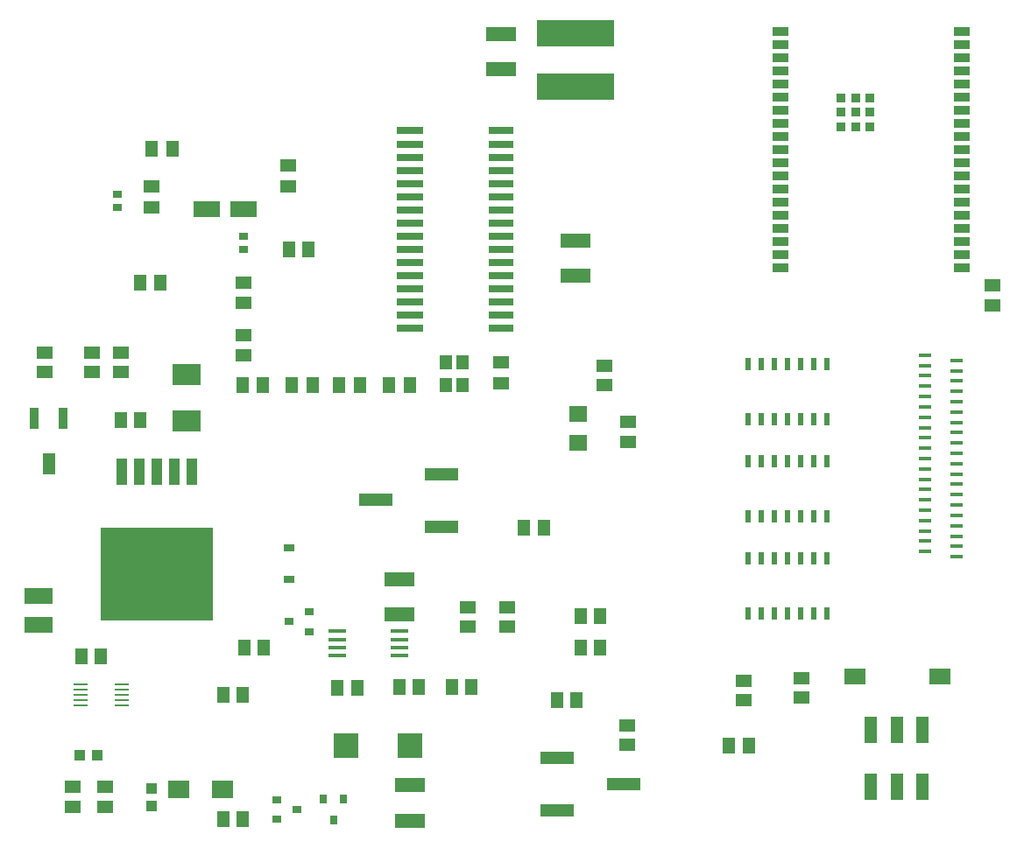
<source format=gbr>
G04 EAGLE Gerber RS-274X export*
G75*
%MOMM*%
%FSLAX34Y34*%
%LPD*%
%INSolderpaste Top*%
%IPPOS*%
%AMOC8*
5,1,8,0,0,1.08239X$1,22.5*%
G01*
%ADD10R,1.300000X1.500000*%
%ADD11R,1.500000X1.300000*%
%ADD12R,1.200000X2.500000*%
%ADD13R,2.000000X1.500000*%
%ADD14R,1.500000X0.900000*%
%ADD15R,0.900000X0.900000*%
%ADD16R,0.600000X1.300000*%
%ADD17R,1.200000X0.350000*%
%ADD18R,0.900000X2.000000*%
%ADD19R,1.300000X2.000000*%
%ADD20R,10.900000X9.100000*%
%ADD21R,1.050000X2.500000*%
%ADD22R,1.100000X0.800000*%
%ADD23R,2.700000X1.600000*%
%ADD24R,1.350000X0.270000*%
%ADD25R,1.780000X0.450000*%
%ADD26R,2.850000X1.400000*%
%ADD27R,0.900000X0.800000*%
%ADD28R,3.300000X1.190000*%
%ADD29R,1.800000X1.600000*%
%ADD30R,2.800000X2.000000*%
%ADD31R,0.800000X0.900000*%
%ADD32R,2.370000X2.430000*%
%ADD33R,1.000000X1.100000*%
%ADD34R,1.100000X1.000000*%
%ADD35R,2.000000X1.720000*%
%ADD36R,7.500000X2.500000*%
%ADD37R,2.400000X0.800000*%
%ADD38R,2.500000X0.800000*%
%ADD39R,2.600000X1.600000*%
%ADD40R,1.600000X1.300000*%
%ADD41R,1.300000X1.600000*%
%ADD42R,0.900000X0.700000*%
%ADD43R,1.150000X1.400000*%


D10*
X702970Y92710D03*
X721970Y92710D03*
D11*
X773430Y158090D03*
X773430Y139090D03*
X957580Y537820D03*
X957580Y518820D03*
X717550Y155550D03*
X717550Y136550D03*
D12*
X890270Y52950D03*
X865270Y52950D03*
X840270Y52950D03*
X890270Y107950D03*
X865270Y107950D03*
X840270Y107950D03*
D13*
X906780Y160020D03*
X824780Y160020D03*
D14*
X753110Y783590D03*
X753110Y770890D03*
X753110Y758190D03*
X753110Y745490D03*
X753110Y732790D03*
X753110Y720090D03*
X753110Y707390D03*
X753110Y694690D03*
X753110Y681990D03*
X753110Y669290D03*
X753110Y656590D03*
X753110Y643890D03*
X753110Y631190D03*
X753110Y618490D03*
X753110Y605790D03*
X753110Y593090D03*
X753110Y580390D03*
X753110Y567690D03*
X753110Y554990D03*
D15*
X811610Y719590D03*
X825610Y719590D03*
X839610Y719590D03*
X811610Y705590D03*
X825610Y705590D03*
X839610Y705590D03*
X811610Y691590D03*
X825610Y691590D03*
X839610Y691590D03*
D14*
X928110Y783590D03*
X928110Y770890D03*
X928110Y758190D03*
X928110Y745490D03*
X928110Y732790D03*
X928110Y720090D03*
X928110Y707390D03*
X928110Y694690D03*
X928110Y681990D03*
X928110Y669290D03*
X928110Y656590D03*
X928110Y643890D03*
X928110Y631190D03*
X928110Y618490D03*
X928110Y605790D03*
X928110Y593090D03*
X928110Y580390D03*
X928110Y567690D03*
X928110Y554990D03*
D16*
X721360Y314960D03*
X734060Y314960D03*
X746760Y314960D03*
X759460Y314960D03*
X772160Y314960D03*
X784860Y314960D03*
X797560Y314960D03*
X797560Y367960D03*
X784860Y367960D03*
X772160Y367960D03*
X759460Y367960D03*
X746760Y367960D03*
X734060Y367960D03*
X721360Y367960D03*
X721360Y408940D03*
X734060Y408940D03*
X746760Y408940D03*
X759460Y408940D03*
X772160Y408940D03*
X784860Y408940D03*
X797560Y408940D03*
X797560Y461940D03*
X784860Y461940D03*
X772160Y461940D03*
X759460Y461940D03*
X746760Y461940D03*
X734060Y461940D03*
X721360Y461940D03*
X721360Y220980D03*
X734060Y220980D03*
X746760Y220980D03*
X759460Y220980D03*
X772160Y220980D03*
X784860Y220980D03*
X797560Y220980D03*
X797560Y273980D03*
X784860Y273980D03*
X772160Y273980D03*
X759460Y273980D03*
X746760Y273980D03*
X734060Y273980D03*
X721360Y273980D03*
D17*
X923290Y275590D03*
X923290Y295590D03*
X923290Y305590D03*
X923290Y315590D03*
X923290Y325590D03*
X923290Y335590D03*
X923290Y345590D03*
X923290Y355590D03*
X923290Y365590D03*
X923290Y375590D03*
X923290Y385590D03*
X923290Y395590D03*
X923290Y405590D03*
X923290Y415590D03*
X923290Y425590D03*
X923290Y435590D03*
X923290Y445590D03*
X923290Y455590D03*
X923290Y465590D03*
X923290Y285590D03*
X892790Y280590D03*
X892790Y300590D03*
X892790Y310590D03*
X892790Y320590D03*
X892790Y330590D03*
X892790Y340590D03*
X892790Y350590D03*
X892790Y360590D03*
X892790Y370590D03*
X892790Y380590D03*
X892790Y390590D03*
X892790Y400590D03*
X892790Y410590D03*
X892790Y420590D03*
X892790Y430590D03*
X892790Y440590D03*
X892790Y450590D03*
X892790Y460590D03*
X892790Y470590D03*
X892790Y290590D03*
D11*
X115570Y473050D03*
X115570Y454050D03*
X87630Y454050D03*
X87630Y473050D03*
X41910Y454050D03*
X41910Y473050D03*
D10*
X133960Y407670D03*
X114960Y407670D03*
D11*
X582930Y441350D03*
X582930Y460350D03*
D18*
X59720Y409350D03*
D19*
X45720Y365350D03*
D18*
X31720Y409350D03*
D20*
X149860Y259080D03*
D21*
X183860Y358080D03*
X166860Y358080D03*
X115860Y358080D03*
X149860Y358080D03*
X132860Y358080D03*
D11*
X100330Y33680D03*
X100330Y52680D03*
D10*
X214020Y142240D03*
X233020Y142240D03*
X95860Y179070D03*
X76860Y179070D03*
D11*
X604520Y112370D03*
X604520Y93370D03*
X68580Y52680D03*
X68580Y33680D03*
D10*
X214020Y21590D03*
X233020Y21590D03*
X536600Y137160D03*
X555600Y137160D03*
X403200Y149860D03*
X384200Y149860D03*
X234340Y187960D03*
X253340Y187960D03*
D11*
X488950Y207670D03*
X488950Y226670D03*
D10*
X504850Y303530D03*
X523850Y303530D03*
X343510Y148590D03*
X324510Y148590D03*
D11*
X605790Y386740D03*
X605790Y405740D03*
X450850Y207670D03*
X450850Y226670D03*
D10*
X435000Y149860D03*
X454000Y149860D03*
X578460Y218440D03*
X559460Y218440D03*
X578460Y187960D03*
X559460Y187960D03*
D22*
X278130Y284480D03*
X278130Y253480D03*
D23*
X35560Y209520D03*
X35560Y237520D03*
D24*
X115950Y152080D03*
X115950Y147080D03*
X115950Y142080D03*
X115950Y137080D03*
X76550Y152080D03*
X76550Y147080D03*
X76550Y142080D03*
X76550Y137080D03*
X115950Y132080D03*
X76550Y132080D03*
D25*
X384420Y203700D03*
X384520Y195700D03*
X384420Y187700D03*
X384320Y179700D03*
X324320Y179700D03*
X324320Y187700D03*
X324420Y195700D03*
X324320Y203700D03*
D26*
X384810Y219710D03*
X384810Y253710D03*
D27*
X297490Y203250D03*
X297490Y222250D03*
X277490Y212750D03*
D28*
X425450Y304800D03*
X425450Y355600D03*
X361450Y330700D03*
D29*
X557530Y386050D03*
X557530Y414050D03*
D30*
X179070Y452120D03*
X179070Y407120D03*
D27*
X265760Y40590D03*
X265760Y21590D03*
X285760Y31090D03*
D31*
X330150Y40940D03*
X311150Y40940D03*
X320650Y20940D03*
D26*
X394970Y20320D03*
X394970Y54320D03*
D32*
X394970Y92710D03*
X332570Y92710D03*
D33*
X144780Y51680D03*
X144780Y34680D03*
D34*
X75320Y83820D03*
X92320Y83820D03*
D28*
X537210Y81280D03*
X537210Y30480D03*
X601210Y55380D03*
D35*
X171450Y50800D03*
X213450Y50800D03*
D36*
X554990Y730250D03*
X554990Y782250D03*
D37*
X482510Y496450D03*
X482510Y509350D03*
X482510Y522050D03*
X482510Y534750D03*
X482510Y547450D03*
X482510Y560150D03*
X482510Y572850D03*
X482510Y585550D03*
X482510Y598250D03*
X482510Y610950D03*
X482510Y623650D03*
X482510Y636350D03*
X482510Y649050D03*
X482510Y661750D03*
X482510Y674450D03*
X482510Y687650D03*
D38*
X394510Y687650D03*
X394510Y674450D03*
X394510Y661750D03*
X394510Y649050D03*
X394510Y636350D03*
X394510Y623650D03*
X394510Y610950D03*
X394510Y598250D03*
X394510Y585550D03*
X394510Y572850D03*
X394510Y560150D03*
X394510Y547450D03*
X394510Y534750D03*
X394510Y522050D03*
X394510Y509350D03*
X394510Y496450D03*
D39*
X234120Y611880D03*
X198120Y611880D03*
D26*
X554990Y581660D03*
X554990Y547660D03*
D11*
X233680Y521360D03*
X233680Y540360D03*
D40*
X482600Y443390D03*
X482600Y463390D03*
D41*
X326550Y441960D03*
X346550Y441960D03*
D10*
X296520Y572770D03*
X277520Y572770D03*
D11*
X233680Y489560D03*
X233680Y470560D03*
D10*
X252070Y441960D03*
X233070Y441960D03*
D42*
X233680Y585620D03*
X233680Y572620D03*
D43*
X445520Y463960D03*
X445520Y441960D03*
X429520Y441960D03*
X429520Y463960D03*
D41*
X374810Y441960D03*
X394810Y441960D03*
D40*
X276860Y633890D03*
X276860Y653890D03*
X144780Y613570D03*
X144780Y633570D03*
D41*
X144940Y670560D03*
X164940Y670560D03*
D42*
X111760Y626260D03*
X111760Y613260D03*
D41*
X280830Y441960D03*
X300830Y441960D03*
D10*
X134010Y541020D03*
X153010Y541020D03*
D26*
X482600Y781050D03*
X482600Y747050D03*
M02*

</source>
